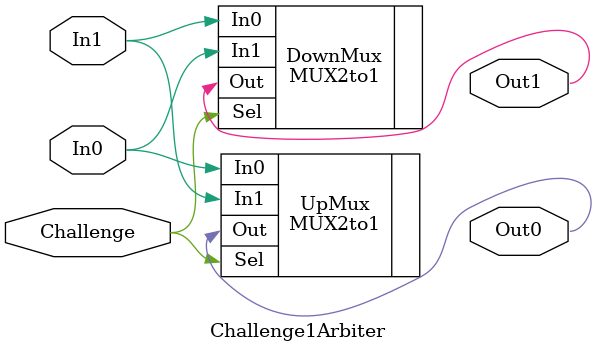
<source format=v>
`timescale 1ns / 1ps

(* DONT_TOUCH = "true" *)
module Challenge1Arbiter(In0, In1, Challenge, Out0, Out1);
    input Challenge, In0, In1;
    output Out0, Out1;
    
    (* dont_touch = "true" *) wire Challenge, In0, In1, Out0, Out1;

    (* DONT_TOUCH = "true " *) MUX2to1 UpMux(.In0(In0), .In1(In1), .Sel(Challenge), .Out(Out0));
    (* DONT_TOUCH = "true" *) MUX2to1 DownMux(.In0(In1), .In1(In0), .Sel(Challenge), .Out(Out1));

endmodule
</source>
